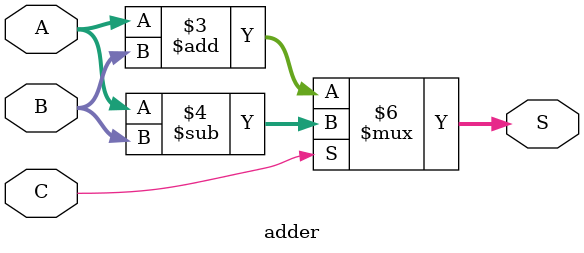
<source format=v>
module adder (
  input [3:0] A,
  input [3:0] B,
  input C,
  output reg [3:0] S
);

  always @(*) begin
    if (C == 0) begin
      S = A + B;
    end else begin
      S = A - B;
    end
  end

endmodule


</source>
